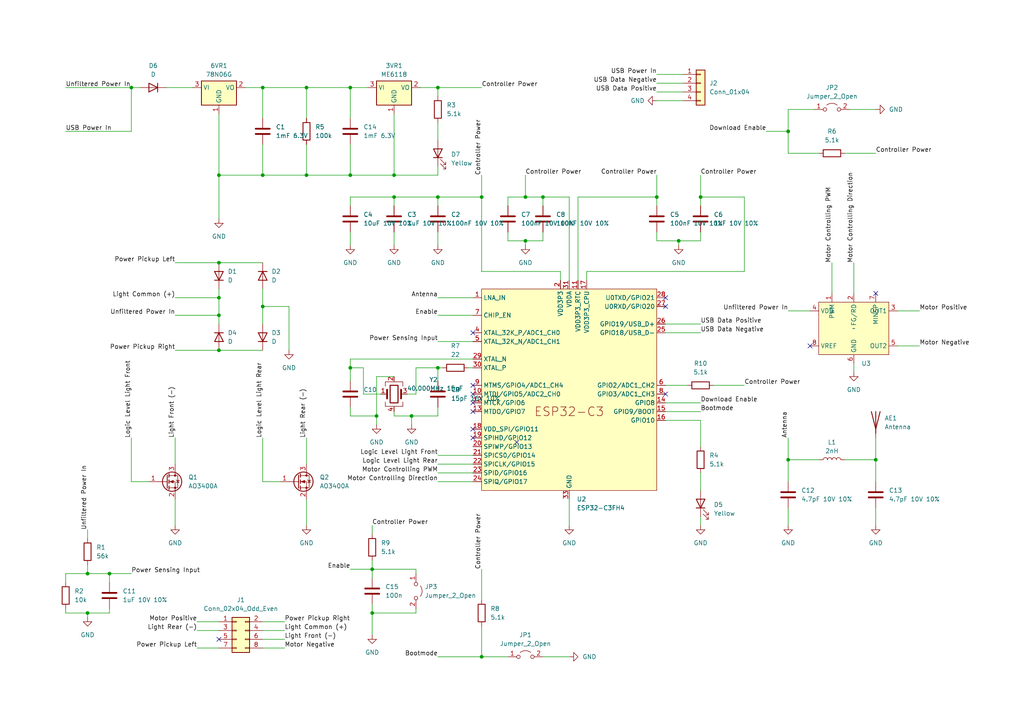
<source format=kicad_sch>
(kicad_sch (version 20230121) (generator eeschema)
  (paper "A4")
  (lib_symbols
    (symbol "Connector_Generic:Conn_01x04" (pin_names (offset 1.016) hide)
      (property "Reference" "J" (at 0 5.08 0))
      (property "Value" "Conn_01x04" (at 0 -7.62 0))
      (symbol "Conn_01x04_1_1"
        (rectangle (start -1.27 -4.953) (end 0 -5.207) (stroke (width 0.1524)))
        (rectangle (start -1.27 -2.413) (end 0 -2.667) (stroke (width 0.1524)))
        (rectangle (start -1.27 0.127) (end 0 -0.127) (stroke (width 0.1524)))
        (rectangle (start -1.27 2.667) (end 0 2.413) (stroke (width 0.1524)))
        (rectangle (start -1.27 3.81) (end 1.27 -6.35) (stroke (width 0.254)) (fill (type background)))
        (pin passive line (at -5.08 2.54 0) (length 3.81) (name "Pin_1") (number "1"))
        (pin passive line (at -5.08 0 0) (length 3.81) (name "Pin_2") (number "2"))
        (pin passive line (at -5.08 -2.54 0) (length 3.81) (name "Pin_3") (number "3"))
        (pin passive line (at -5.08 -5.08 0) (length 3.81) (name "Pin_4") (number "4"))
      )
    )
    (symbol "Connector_Generic:Conn_02x04_Odd_Even" (pin_names (offset 1.016) hide)
      (property "Reference" "J" (at 1.27 5.08 0))
      (property "Value" "Conn_02x04_Odd_Even" (at 1.27 -7.62 0))
      (symbol "Conn_02x04_Odd_Even_1_1"
        (rectangle (start -1.27 -4.953) (end 0 -5.207) (stroke (width 0.1524)))
        (rectangle (start -1.27 -2.413) (end 0 -2.667) (stroke (width 0.1524)))
        (rectangle (start -1.27 0.127) (end 0 -0.127) (stroke (width 0.1524)))
        (rectangle (start -1.27 2.667) (end 0 2.413) (stroke (width 0.1524)))
        (rectangle (start -1.27 3.81) (end 3.81 -6.35) (stroke (width 0.254)) (fill (type background)))
        (rectangle (start 3.81 -4.953) (end 2.54 -5.207) (stroke (width 0.1524)))
        (rectangle (start 3.81 -2.413) (end 2.54 -2.667) (stroke (width 0.1524)))
        (rectangle (start 3.81 0.127) (end 2.54 -0.127) (stroke (width 0.1524)))
        (rectangle (start 3.81 2.667) (end 2.54 2.413) (stroke (width 0.1524)))
        (pin passive line (at -5.08 2.54 0) (length 3.81) (name "Pin_1") (number "1"))
        (pin passive line (at 7.62 2.54 180) (length 3.81) (name "Pin_2") (number "2"))
        (pin passive line (at -5.08 0 0) (length 3.81) (name "Pin_3") (number "3"))
        (pin passive line (at 7.62 0 180) (length 3.81) (name "Pin_4") (number "4"))
        (pin passive line (at -5.08 -2.54 0) (length 3.81) (name "Pin_5") (number "5"))
        (pin passive line (at 7.62 -2.54 180) (length 3.81) (name "Pin_6") (number "6"))
        (pin passive line (at -5.08 -5.08 0) (length 3.81) (name "Pin_7") (number "7"))
        (pin passive line (at 7.62 -5.08 180) (length 3.81) (name "Pin_8") (number "8"))
      )
    )
    (symbol "Device:Antenna" (pin_numbers hide) (pin_names (offset 1.016) hide)
      (property "Reference" "AE" (at -1.905 1.905 0))
      (property "Value" "Antenna" (at -1.905 0 0))
      (symbol "Antenna_0_1"
        (polyline (pts (xy 0 2.54) (xy 0 -3.81)) (stroke (width 0.254)))
        (polyline (pts (xy 1.27 2.54) (xy 0 -2.54) (xy -1.27 2.54)) (stroke (width 0.254)))
      )
      (symbol "Antenna_1_1"
        (pin input line (at 0 -5.08 90) (length 2.54) (name "A") (number "1"))
      )
    )
    (symbol "Device:C" (pin_numbers hide) (pin_names (offset 0.254))
      (property "Reference" "C" (at 0.635 2.54 0))
      (property "Value" "C" (at 0.635 -2.54 0))
      (symbol "C_0_1"
        (polyline (pts (xy -2.032 -0.762) (xy 2.032 -0.762)) (stroke (width 0.508)))
        (polyline (pts (xy -2.032 0.762) (xy 2.032 0.762)) (stroke (width 0.508)))
      )
      (symbol "C_1_1"
        (pin passive line (at 0 3.81 270) (length 2.794) (name "~") (number "1"))
        (pin passive line (at 0 -3.81 90) (length 2.794) (name "~") (number "2"))
      )
    )
    (symbol "Device:Crystal_GND24" (pin_names (offset 1.016) hide)
      (property "Reference" "Y" (at 3.175 5.08 0))
      (property "Value" "Crystal_GND24" (at 3.175 3.175 0))
      (symbol "Crystal_GND24_0_1"
        (rectangle (start -1.143 2.54) (end 1.143 -2.54) (stroke (width 0.3048)))
        (polyline (pts (xy -2.54 0) (xy -2.032 0)))
        (polyline (pts (xy -2.032 -1.27) (xy -2.032 1.27)) (stroke (width 0.508)))
        (polyline (pts (xy 0 -3.81) (xy 0 -3.556)))
        (polyline (pts (xy 0 3.556) (xy 0 3.81)))
        (polyline (pts (xy 2.032 -1.27) (xy 2.032 1.27)) (stroke (width 0.508)))
        (polyline (pts (xy 2.032 0) (xy 2.54 0)))
        (polyline (pts (xy -2.54 -2.286) (xy -2.54 -3.556) (xy 2.54 -3.556) (xy 2.54 -2.286)))
        (polyline (pts (xy -2.54 2.286) (xy -2.54 3.556) (xy 2.54 3.556) (xy 2.54 2.286)))
      )
      (symbol "Crystal_GND24_1_1"
        (pin passive line (at -3.81 0 0) (length 1.27) (name "1") (number "1"))
        (pin passive line (at 0 5.08 270) (length 1.27) (name "2") (number "2"))
        (pin passive line (at 3.81 0 180) (length 1.27) (name "3") (number "3"))
        (pin passive line (at 0 -5.08 90) (length 1.27) (name "4") (number "4"))
      )
    )
    (symbol "Device:D" (pin_numbers hide) (pin_names (offset 1.016) hide)
      (property "Reference" "D" (at 0 2.54 0))
      (property "Value" "D" (at 0 -2.54 0))
      (symbol "D_0_1"
        (polyline (pts (xy -1.27 1.27) (xy -1.27 -1.27)) (stroke (width 0.254)))
        (polyline (pts (xy 1.27 0) (xy -1.27 0)))
        (polyline (pts (xy 1.27 1.27) (xy 1.27 -1.27) (xy -1.27 0) (xy 1.27 1.27)) (stroke (width 0.254)))
      )
      (symbol "D_1_1"
        (pin passive line (at -3.81 0 0) (length 2.54) (name "K") (number "1"))
        (pin passive line (at 3.81 0 180) (length 2.54) (name "A") (number "2"))
      )
    )
    (symbol "Device:L" (pin_numbers hide) (pin_names (offset 1.016) hide)
      (property "Reference" "L" (at -1.27 0 90))
      (property "Value" "L" (at 1.905 0 90))
      (symbol "L_0_1"
        (arc (start 0 -2.54) (mid 0.6323 -1.905) (end 0 -1.27))
        (arc (start 0 -1.27) (mid 0.6323 -0.635) (end 0 0))
        (arc (start 0 0) (mid 0.6323 0.635) (end 0 1.27))
        (arc (start 0 1.27) (mid 0.6323 1.905) (end 0 2.54))
      )
      (symbol "L_1_1"
        (pin passive line (at 0 3.81 270) (length 1.27) (name "1") (number "1"))
        (pin passive line (at 0 -3.81 90) (length 1.27) (name "2") (number "2"))
      )
    )
    (symbol "Device:LED" (pin_numbers hide) (pin_names (offset 1.016) hide)
      (property "Reference" "D" (at 0 2.54 0))
      (property "Value" "LED" (at 0 -2.54 0))
      (symbol "LED_0_1"
        (polyline (pts (xy -1.27 -1.27) (xy -1.27 1.27)) (stroke (width 0.254)))
        (polyline (pts (xy -1.27 0) (xy 1.27 0)))
        (polyline (pts (xy 1.27 -1.27) (xy 1.27 1.27) (xy -1.27 0) (xy 1.27 -1.27)) (stroke (width 0.254)))
        (polyline (pts (xy -3.048 -0.762) (xy -4.572 -2.286) (xy -3.81 -2.286) (xy -4.572 -2.286) (xy -4.572 -1.524)))
        (polyline (pts (xy -1.778 -0.762) (xy -3.302 -2.286) (xy -2.54 -2.286) (xy -3.302 -2.286) (xy -3.302 -1.524)))
      )
      (symbol "LED_1_1"
        (pin passive line (at -3.81 0 0) (length 2.54) (name "K") (number "1"))
        (pin passive line (at 3.81 0 180) (length 2.54) (name "A") (number "2"))
      )
    )
    (symbol "Device:R" (pin_numbers hide) (pin_names (offset 0))
      (property "Reference" "R" (at 2.032 0 90))
      (property "Value" "R" (at 0 0 90))
      (symbol "R_0_1"
        (rectangle (start -1.016 -2.54) (end 1.016 2.54) (stroke (width 0.254)))
      )
      (symbol "R_1_1"
        (pin passive line (at 0 3.81 270) (length 1.27) (name "~") (number "1"))
        (pin passive line (at 0 -3.81 90) (length 1.27) (name "~") (number "2"))
      )
    )
    (symbol "Driver_Motor:CrossChip_CC6421_Motor_Driver"
      (property "Reference" "U" (at 0 0 0))
      (symbol "CrossChip_CC6421_Motor_Driver_1_1"
        (rectangle (start -10.16 7.62) (end 10.16 -7.62) (fill (type background)))
        (pin input line (at -6.35 10.16 270) (length 2.54) (name "PWM") (number "1"))
        (pin input line (at 0 10.16 270) (length 2.54) (name "FG/RD") (number "2"))
        (pin power_out line (at 12.7 5.08 180) (length 2.54) (name "OUT1") (number "3"))
        (pin power_in line (at -12.7 5.08 0) (length 2.54) (name "VDD") (number "4"))
        (pin power_out line (at 12.7 -5.08 180) (length 2.54) (name "OUT2") (number "5"))
        (pin power_in line (at 0 -10.16 90) (length 2.54) (name "GND") (number "6"))
        (pin input line (at 6.35 10.16 270) (length 2.54) (name "MINSP") (number "7"))
        (pin output line (at -12.7 -5.08 0) (length 2.54) (name "VREF") (number "8"))
      )
    )
    (symbol "Jumper:Jumper_2_Open" (pin_names (offset 0) hide)
      (property "Reference" "JP" (at 0 2.794 0))
      (property "Value" "Jumper_2_Open" (at 0 -2.286 0))
      (symbol "Jumper_2_Open_0_0"
        (circle (center -2.032 0) (radius 0.508))
        (circle (center 2.032 0) (radius 0.508))
      )
      (symbol "Jumper_2_Open_0_1"
        (arc (start 1.524 1.27) (mid 0 1.778) (end -1.524 1.27))
      )
      (symbol "Jumper_2_Open_1_1"
        (pin passive line (at -5.08 0 0) (length 2.54) (name "A") (number "1"))
        (pin passive line (at 5.08 0 180) (length 2.54) (name "B") (number "2"))
      )
    )
    (symbol "PCM_Espressif:ESP32-C3"
      (property "Reference" "U" (at -25.4 35.56 0))
      (property "Value" "ESP32-C3" (at -25.4 33.02 0))
      (symbol "ESP32-C3_0_0"
        (text "ESP32-C3" (at 0 -5.08 0) (effects (font (size 2.54 2.54))))
        (pin bidirectional line (at -27.94 27.94 0) (length 2.54) (name "LNA_IN") (number "1"))
        (pin bidirectional line (at -27.94 0 0) (length 2.54) (name "MTDI/GPIO5/ADC2_CH0") (number "10"))
        (pin power_in line (at 2.54 33.02 270) (length 2.54) (name "VDD3P3_RTC") (number "11"))
        (pin bidirectional line (at -27.94 -2.54 0) (length 2.54) (name "MTCK/GPIO6") (number "12"))
        (pin bidirectional line (at -27.94 -5.08 0) (length 2.54) (name "MTDO/GPIO7") (number "13"))
        (pin bidirectional line (at 27.94 -2.54 180) (length 2.54) (name "GPIO8") (number "14"))
        (pin bidirectional line (at 27.94 -5.08 180) (length 2.54) (name "GPIO9/BOOT") (number "15"))
        (pin bidirectional line (at 27.94 -7.62 180) (length 2.54) (name "GPIO10") (number "16"))
        (pin power_in line (at 5.08 33.02 270) (length 2.54) (name "VDD3P3_CPU") (number "17"))
        (pin bidirectional line (at -27.94 -10.16 0) (length 2.54) (name "VDD_SPI/GPIO11") (number "18"))
        (pin bidirectional line (at -27.94 -12.7 0) (length 2.54) (name "SPIHD/GPIO12") (number "19"))
        (pin power_in line (at -2.54 33.02 270) (length 2.54) (name "VDD3P3") (number "2"))
        (pin bidirectional line (at -27.94 -15.24 0) (length 2.54) (name "SPIWP/GPIO13") (number "20"))
        (pin bidirectional line (at -27.94 -17.78 0) (length 2.54) (name "SPICS0/GPIO14") (number "21"))
        (pin bidirectional line (at -27.94 -20.32 0) (length 2.54) (name "SPICLK/GPIO15") (number "22"))
        (pin bidirectional line (at -27.94 -22.86 0) (length 2.54) (name "SPID/GPIO16") (number "23"))
        (pin bidirectional line (at -27.94 -25.4 0) (length 2.54) (name "SPIQ/GPIO17") (number "24"))
        (pin bidirectional line (at 27.94 17.78 180) (length 2.54) (name "GPIO18/USB_D-") (number "25"))
        (pin bidirectional line (at 27.94 20.32 180) (length 2.54) (name "GPIO19/USB_D+") (number "26"))
        (pin bidirectional line (at 27.94 25.4 180) (length 2.54) (name "U0RXD/GPIO20") (number "27"))
        (pin bidirectional line (at 27.94 27.94 180) (length 2.54) (name "U0TXD/GPIO21") (number "28"))
        (pin output line (at -27.94 10.16 0) (length 2.54) (name "XTAL_N") (number "29"))
        (pin input line (at -27.94 7.62 0) (length 2.54) (name "XTAL_P") (number "30"))
        (pin power_in line (at 0 33.02 270) (length 2.54) (name "VDDA") (number "31"))
        (pin power_in line (at 0 -30.48 90) (length 2.54) (name "GND") (number "33"))
        (pin output line (at -27.94 17.78 0) (length 2.54) (name "XTAL_32K_P/ADC1_CH0") (number "4"))
        (pin input line (at -27.94 15.24 0) (length 2.54) (name "XTAL_32K_N/ADC1_CH1") (number "5"))
        (pin bidirectional line (at 27.94 2.54 180) (length 2.54) (name "GPIO2/ADC1_CH2") (number "6"))
        (pin input line (at -27.94 22.86 0) (length 2.54) (name "CHIP_EN") (number "7"))
        (pin bidirectional line (at 27.94 0 180) (length 2.54) (name "GPIO3/ADC1_CH3") (number "8"))
        (pin bidirectional line (at -27.94 2.54 0) (length 2.54) (name "MTMS/GPIO4/ADC1_CH4") (number "9"))
      )
      (symbol "ESP32-C3_0_1"
        (rectangle (start -25.4 30.48) (end 25.4 -27.94) (fill (type background)))
        (pin passive line (at -2.54 33.02 270) (length 2.54) hide (name "VDD3P3") (number "3"))
        (pin passive line (at 0 33.02 270) (length 2.54) hide (name "VDDA") (number "32"))
      )
    )
    (symbol "Regulator_Linear:AMS1117-3.3"
      (property "Reference" "U" (at -3.81 3.175 0))
      (property "Value" "AMS1117-3.3" (at 0 3.175 0))
      (symbol "AMS1117-3.3_0_1"
        (rectangle (start -5.08 -5.08) (end 5.08 1.905) (stroke (width 0.254)) (fill (type background)))
      )
      (symbol "AMS1117-3.3_1_1"
        (pin power_in line (at 0 -7.62 90) (length 2.54) (name "GND") (number "1"))
        (pin power_out line (at 7.62 0 180) (length 2.54) (name "VO") (number "2"))
        (pin power_in line (at -7.62 0 0) (length 2.54) (name "VI") (number "3"))
      )
    )
    (symbol "Transistor_FET:AO3400A" (pin_names hide)
      (property "Reference" "Q" (at 5.08 1.905 0))
      (property "Value" "AO3400A" (at 5.08 0 0))
      (symbol "AO3400A_0_1"
        (polyline (pts (xy 0.254 0) (xy -2.54 0)))
        (polyline (pts (xy 0.254 1.905) (xy 0.254 -1.905)) (stroke (width 0.254)))
        (polyline (pts (xy 0.762 -1.27) (xy 0.762 -2.286)) (stroke (width 0.254)))
        (polyline (pts (xy 0.762 0.508) (xy 0.762 -0.508)) (stroke (width 0.254)))
        (polyline (pts (xy 0.762 2.286) (xy 0.762 1.27)) (stroke (width 0.254)))
        (polyline (pts (xy 2.54 2.54) (xy 2.54 1.778)))
        (polyline (pts (xy 2.54 -2.54) (xy 2.54 0) (xy 0.762 0)))
        (polyline (pts (xy 0.762 -1.778) (xy 3.302 -1.778) (xy 3.302 1.778) (xy 0.762 1.778)))
        (polyline (pts (xy 1.016 0) (xy 2.032 0.381) (xy 2.032 -0.381) (xy 1.016 0)) (fill (type outline)))
        (polyline (pts (xy 2.794 0.508) (xy 2.921 0.381) (xy 3.683 0.381) (xy 3.81 0.254)))
        (polyline (pts (xy 3.302 0.381) (xy 2.921 -0.254) (xy 3.683 -0.254) (xy 3.302 0.381)))
        (circle (center 1.651 0) (radius 2.794) (stroke (width 0.254)))
        (circle (center 2.54 -1.778) (radius 0.254) (fill (type outline)))
        (circle (center 2.54 1.778) (radius 0.254) (fill (type outline)))
      )
      (symbol "AO3400A_1_1"
        (pin input line (at -5.08 0 0) (length 2.54) (name "G") (number "1"))
        (pin passive line (at 2.54 -5.08 90) (length 2.54) (name "S") (number "2"))
        (pin passive line (at 2.54 5.08 270) (length 2.54) (name "D") (number "3"))
      )
    )
    (symbol "power:GND" (power) (pin_names (offset 0))
      (property "Value" "GND" (at 0 -3.81 0))
      (symbol "GND_0_1"
        (polyline (pts (xy 0 0) (xy 0 -1.27) (xy 1.27 -1.27) (xy 0 -2.54) (xy -1.27 -1.27) (xy 0 -1.27)))
      )
      (symbol "GND_1_1"
        (pin power_in line (at 0 0 270) (length 0) hide (name "GND") (number "1"))
      )
    )
  )
  (junction (at 101.6 50.8))
  (junction (at 38.1 25.4))
  (junction (at 63.5 86.36))
  (junction (at 127 106.68))
  (junction (at 107.95 165.1))
  (junction (at 203.2 57.15))
  (junction (at 119.38 120.65))
  (junction (at 109.22 120.65))
  (junction (at 101.6 106.68))
  (junction (at 63.5 76.2))
  (junction (at 139.7 190.5))
  (junction (at 76.2 25.4))
  (junction (at 107.95 177.8))
  (junction (at 157.48 57.15))
  (junction (at 196.85 69.85))
  (junction (at 114.3 50.8))
  (junction (at 76.2 50.8))
  (junction (at 139.7 57.15))
  (junction (at 63.5 91.44))
  (junction (at 88.9 50.8))
  (junction (at 127 57.15))
  (junction (at 63.5 50.8))
  (junction (at 88.9 25.4))
  (junction (at 152.4 69.85))
  (junction (at 152.4 57.15))
  (junction (at 25.4 177.8))
  (junction (at 254 133.35))
  (junction (at 228.6 38.1))
  (junction (at 190.5 57.15))
  (junction (at 31.75 166.37))
  (junction (at 228.6 133.35))
  (junction (at 114.3 57.15))
  (junction (at 127 25.4))
  (junction (at 63.5 101.6))
  (junction (at 76.2 88.9))
  (junction (at 101.6 25.4))
  (junction (at 25.4 166.37))
  (no_connect (at 137.16 119.38))
  (no_connect (at 193.04 86.36))
  (no_connect (at 254 85.09))
  (no_connect (at 137.16 124.46))
  (no_connect (at 137.16 96.52))
  (no_connect (at 193.04 114.3))
  (no_connect (at 137.16 114.3))
  (no_connect (at 234.95 100.33))
  (no_connect (at 137.16 111.76))
  (no_connect (at 193.04 88.9))
  (no_connect (at 137.16 116.84))
  (no_connect (at 63.5 185.42))
  (no_connect (at 137.16 127))
  (no_connect (at 149.86 128.27))
  (wire (pts (xy 139.7 57.15) (xy 127 57.15)))
  (wire (pts (xy 162.56 81.28) (xy 162.56 78.74)))
  (wire (pts (xy 203.2 149.86) (xy 203.2 152.4)))
  (wire (pts (xy 127 132.08) (xy 137.16 132.08)))
  (wire (pts (xy 101.6 25.4) (xy 106.68 25.4)))
  (wire (pts (xy 88.9 127) (xy 88.9 134.62)))
  (wire (pts (xy 157.48 57.15) (xy 165.1 57.15)))
  (wire (pts (xy 127 106.68) (xy 127 110.49)))
  (wire (pts (xy 196.85 69.85) (xy 190.5 69.85)))
  (wire (pts (xy 25.4 163.83) (xy 25.4 166.37)))
  (wire (pts (xy 127 139.7) (xy 137.16 139.7)))
  (wire (pts (xy 101.6 104.14) (xy 101.6 106.68)))
  (wire (pts (xy 127 25.4) (xy 139.7 25.4)))
  (wire (pts (xy 127 137.16) (xy 137.16 137.16)))
  (wire (pts (xy 215.9 78.74) (xy 215.9 57.15)))
  (wire (pts (xy 76.2 185.42) (xy 82.55 185.42)))
  (wire (pts (xy 105.41 114.3) (xy 105.41 106.68)))
  (wire (pts (xy 260.35 100.33) (xy 266.7 100.33)))
  (wire (pts (xy 170.18 78.74) (xy 215.9 78.74)))
  (wire (pts (xy 114.3 50.8) (xy 127 50.8)))
  (wire (pts (xy 203.2 69.85) (xy 196.85 69.85)))
  (wire (pts (xy 135.89 106.68) (xy 137.16 106.68)))
  (wire (pts (xy 107.95 184.15) (xy 107.95 177.8)))
  (wire (pts (xy 31.75 166.37) (xy 31.75 168.91)))
  (wire (pts (xy 88.9 25.4) (xy 101.6 25.4)))
  (wire (pts (xy 101.6 57.15) (xy 114.3 57.15)))
  (wire (pts (xy 63.5 86.36) (xy 63.5 91.44)))
  (wire (pts (xy 76.2 41.91) (xy 76.2 50.8)))
  (wire (pts (xy 83.82 101.6) (xy 83.82 88.9)))
  (wire (pts (xy 31.75 177.8) (xy 25.4 177.8)))
  (wire (pts (xy 101.6 104.14) (xy 137.16 104.14)))
  (wire (pts (xy 147.32 59.69) (xy 147.32 57.15)))
  (wire (pts (xy 114.3 67.31) (xy 114.3 71.12)))
  (wire (pts (xy 63.5 83.82) (xy 63.5 86.36)))
  (wire (pts (xy 19.05 177.8) (xy 25.4 177.8)))
  (wire (pts (xy 71.12 25.4) (xy 76.2 25.4)))
  (wire (pts (xy 152.4 69.85) (xy 152.4 71.12)))
  (wire (pts (xy 193.04 116.84) (xy 203.2 116.84)))
  (wire (pts (xy 246.38 31.75) (xy 254 31.75)))
  (wire (pts (xy 247.65 105.41) (xy 247.65 107.95)))
  (wire (pts (xy 76.2 88.9) (xy 76.2 93.98)))
  (wire (pts (xy 25.4 177.8) (xy 25.4 179.07)))
  (wire (pts (xy 76.2 187.96) (xy 82.55 187.96)))
  (wire (pts (xy 127 134.62) (xy 137.16 134.62)))
  (wire (pts (xy 114.3 57.15) (xy 114.3 59.69)))
  (wire (pts (xy 157.48 190.5) (xy 165.1 190.5)))
  (wire (pts (xy 170.18 78.74) (xy 170.18 81.28)))
  (wire (pts (xy 245.11 133.35) (xy 254 133.35)))
  (wire (pts (xy 190.5 69.85) (xy 190.5 67.31)))
  (wire (pts (xy 101.6 25.4) (xy 101.6 34.29)))
  (wire (pts (xy 203.2 129.54) (xy 203.2 121.92)))
  (wire (pts (xy 139.7 50.8) (xy 139.7 57.15)))
  (wire (pts (xy 127 190.5) (xy 139.7 190.5)))
  (wire (pts (xy 127 25.4) (xy 127 27.94)))
  (wire (pts (xy 76.2 180.34) (xy 82.55 180.34)))
  (wire (pts (xy 152.4 50.8) (xy 152.4 57.15)))
  (wire (pts (xy 114.3 57.15) (xy 127 57.15)))
  (wire (pts (xy 127 50.8) (xy 127 48.26)))
  (wire (pts (xy 107.95 165.1) (xy 107.95 162.56)))
  (wire (pts (xy 57.15 187.96) (xy 63.5 187.96)))
  (wire (pts (xy 228.6 147.32) (xy 228.6 152.4)))
  (wire (pts (xy 228.6 38.1) (xy 228.6 31.75)))
  (wire (pts (xy 120.65 165.1) (xy 107.95 165.1)))
  (wire (pts (xy 127 67.31) (xy 127 71.12)))
  (wire (pts (xy 25.4 166.37) (xy 31.75 166.37)))
  (wire (pts (xy 76.2 139.7) (xy 76.2 127)))
  (wire (pts (xy 222.25 38.1) (xy 228.6 38.1)))
  (wire (pts (xy 203.2 57.15) (xy 203.2 59.69)))
  (wire (pts (xy 63.5 50.8) (xy 63.5 63.5)))
  (wire (pts (xy 19.05 166.37) (xy 19.05 168.91)))
  (wire (pts (xy 76.2 182.88) (xy 82.55 182.88)))
  (wire (pts (xy 193.04 111.76) (xy 199.39 111.76)))
  (wire (pts (xy 207.01 111.76) (xy 215.9 111.76)))
  (wire (pts (xy 127 57.15) (xy 127 59.69)))
  (wire (pts (xy 50.8 152.4) (xy 50.8 144.78)))
  (wire (pts (xy 167.64 57.15) (xy 190.5 57.15)))
  (wire (pts (xy 165.1 144.78) (xy 165.1 152.4)))
  (wire (pts (xy 157.48 59.69) (xy 157.48 57.15)))
  (wire (pts (xy 76.2 50.8) (xy 88.9 50.8)))
  (wire (pts (xy 19.05 25.4) (xy 38.1 25.4)))
  (wire (pts (xy 19.05 166.37) (xy 25.4 166.37)))
  (wire (pts (xy 63.5 50.8) (xy 76.2 50.8)))
  (wire (pts (xy 31.75 166.37) (xy 38.1 166.37)))
  (wire (pts (xy 254 127) (xy 254 133.35)))
  (wire (pts (xy 260.35 90.17) (xy 266.7 90.17)))
  (wire (pts (xy 127 118.11) (xy 127 120.65)))
  (wire (pts (xy 127 99.06) (xy 137.16 99.06)))
  (wire (pts (xy 254 133.35) (xy 254 139.7)))
  (wire (pts (xy 162.56 78.74) (xy 139.7 78.74)))
  (wire (pts (xy 241.3 76.2) (xy 241.3 85.09)))
  (wire (pts (xy 101.6 50.8) (xy 114.3 50.8)))
  (wire (pts (xy 101.6 106.68) (xy 105.41 106.68)))
  (wire (pts (xy 57.15 180.34) (xy 63.5 180.34)))
  (wire (pts (xy 107.95 165.1) (xy 107.95 167.64)))
  (wire (pts (xy 88.9 25.4) (xy 88.9 34.29)))
  (wire (pts (xy 190.5 26.67) (xy 198.12 26.67)))
  (wire (pts (xy 38.1 139.7) (xy 38.1 127)))
  (wire (pts (xy 147.32 67.31) (xy 147.32 69.85)))
  (wire (pts (xy 190.5 50.8) (xy 190.5 57.15)))
  (wire (pts (xy 139.7 165.1) (xy 139.7 173.99)))
  (wire (pts (xy 245.11 44.45) (xy 254 44.45)))
  (wire (pts (xy 152.4 69.85) (xy 157.48 69.85)))
  (wire (pts (xy 19.05 38.1) (xy 38.1 38.1)))
  (wire (pts (xy 165.1 81.28) (xy 165.1 57.15)))
  (wire (pts (xy 139.7 190.5) (xy 139.7 181.61)))
  (wire (pts (xy 127 120.65) (xy 119.38 120.65)))
  (wire (pts (xy 247.65 76.2) (xy 247.65 85.09)))
  (wire (pts (xy 63.5 76.2) (xy 76.2 76.2)))
  (wire (pts (xy 81.28 139.7) (xy 76.2 139.7)))
  (wire (pts (xy 157.48 67.31) (xy 157.48 69.85)))
  (wire (pts (xy 50.8 76.2) (xy 63.5 76.2)))
  (wire (pts (xy 48.26 25.4) (xy 55.88 25.4)))
  (wire (pts (xy 31.75 176.53) (xy 31.75 177.8)))
  (wire (pts (xy 114.3 109.22) (xy 109.22 109.22)))
  (wire (pts (xy 43.18 139.7) (xy 38.1 139.7)))
  (wire (pts (xy 203.2 50.8) (xy 203.2 57.15)))
  (wire (pts (xy 110.49 114.3) (xy 105.41 114.3)))
  (wire (pts (xy 198.12 29.21) (xy 190.5 29.21)))
  (wire (pts (xy 228.6 90.17) (xy 234.95 90.17)))
  (wire (pts (xy 50.8 101.6) (xy 63.5 101.6)))
  (wire (pts (xy 203.2 67.31) (xy 203.2 69.85)))
  (wire (pts (xy 120.65 166.37) (xy 120.65 165.1)))
  (wire (pts (xy 254 147.32) (xy 254 152.4)))
  (wire (pts (xy 114.3 120.65) (xy 114.3 119.38)))
  (wire (pts (xy 19.05 176.53) (xy 19.05 177.8)))
  (wire (pts (xy 107.95 177.8) (xy 120.65 177.8)))
  (wire (pts (xy 38.1 38.1) (xy 38.1 25.4)))
  (wire (pts (xy 228.6 127) (xy 228.6 133.35)))
  (wire (pts (xy 38.1 25.4) (xy 40.64 25.4)))
  (wire (pts (xy 228.6 133.35) (xy 228.6 139.7)))
  (wire (pts (xy 147.32 57.15) (xy 152.4 57.15)))
  (wire (pts (xy 196.85 69.85) (xy 196.85 71.12)))
  (wire (pts (xy 147.32 69.85) (xy 152.4 69.85)))
  (wire (pts (xy 118.11 114.3) (xy 120.65 114.3)))
  (wire (pts (xy 120.65 114.3) (xy 120.65 106.68)))
  (wire (pts (xy 76.2 25.4) (xy 88.9 25.4)))
  (wire (pts (xy 101.6 106.68) (xy 101.6 110.49)))
  (wire (pts (xy 57.15 182.88) (xy 63.5 182.88)))
  (wire (pts (xy 228.6 133.35) (xy 237.49 133.35)))
  (wire (pts (xy 76.2 83.82) (xy 76.2 88.9)))
  (wire (pts (xy 127 106.68) (xy 128.27 106.68)))
  (wire (pts (xy 25.4 153.67) (xy 25.4 156.21)))
  (wire (pts (xy 76.2 25.4) (xy 76.2 34.29)))
  (wire (pts (xy 50.8 91.44) (xy 63.5 91.44)))
  (wire (pts (xy 127 35.56) (xy 127 40.64)))
  (wire (pts (xy 101.6 120.65) (xy 109.22 120.65)))
  (wire (pts (xy 228.6 31.75) (xy 236.22 31.75)))
  (wire (pts (xy 50.8 127) (xy 50.8 134.62)))
  (wire (pts (xy 119.38 120.65) (xy 119.38 123.19)))
  (wire (pts (xy 190.5 57.15) (xy 190.5 59.69)))
  (wire (pts (xy 114.3 120.65) (xy 119.38 120.65)))
  (wire (pts (xy 88.9 152.4) (xy 88.9 144.78)))
  (wire (pts (xy 114.3 33.02) (xy 114.3 50.8)))
  (wire (pts (xy 190.5 24.13) (xy 198.12 24.13)))
  (wire (pts (xy 215.9 57.15) (xy 203.2 57.15)))
  (wire (pts (xy 101.6 118.11) (xy 101.6 120.65)))
  (wire (pts (xy 101.6 41.91) (xy 101.6 50.8)))
  (wire (pts (xy 193.04 96.52) (xy 203.2 96.52)))
  (wire (pts (xy 139.7 190.5) (xy 147.32 190.5)))
  (wire (pts (xy 193.04 119.38) (xy 203.2 119.38)))
  (wire (pts (xy 83.82 88.9) (xy 76.2 88.9)))
  (wire (pts (xy 228.6 44.45) (xy 228.6 38.1)))
  (wire (pts (xy 109.22 123.19) (xy 109.22 120.65)))
  (wire (pts (xy 167.64 81.28) (xy 167.64 57.15)))
  (wire (pts (xy 63.5 91.44) (xy 63.5 93.98)))
  (wire (pts (xy 101.6 165.1) (xy 107.95 165.1)))
  (wire (pts (xy 101.6 57.15) (xy 101.6 59.69)))
  (wire (pts (xy 127 86.36) (xy 137.16 86.36)))
  (wire (pts (xy 190.5 21.59) (xy 198.12 21.59)))
  (wire (pts (xy 88.9 41.91) (xy 88.9 50.8)))
  (wire (pts (xy 203.2 137.16) (xy 203.2 142.24)))
  (wire (pts (xy 63.5 33.02) (xy 63.5 50.8)))
  (wire (pts (xy 63.5 101.6) (xy 76.2 101.6)))
  (wire (pts (xy 127 91.44) (xy 137.16 91.44)))
  (wire (pts (xy 109.22 109.22) (xy 109.22 120.65)))
  (wire (pts (xy 120.65 106.68) (xy 127 106.68)))
  (wire (pts (xy 139.7 78.74) (xy 139.7 57.15)))
  (wire (pts (xy 50.8 86.36) (xy 63.5 86.36)))
  (wire (pts (xy 107.95 152.4) (xy 107.95 154.94)))
  (wire (pts (xy 107.95 175.26) (xy 107.95 177.8)))
  (wire (pts (xy 152.4 57.15) (xy 157.48 57.15)))
  (wire (pts (xy 101.6 67.31) (xy 101.6 71.12)))
  (wire (pts (xy 203.2 93.98) (xy 193.04 93.98)))
  (wire (pts (xy 120.65 176.53) (xy 120.65 177.8)))
  (wire (pts (xy 237.49 44.45) (xy 228.6 44.45)))
  (wire (pts (xy 88.9 50.8) (xy 101.6 50.8)))
  (wire (pts (xy 121.92 25.4) (xy 127 25.4)))
  (wire (pts (xy 203.2 121.92) (xy 193.04 121.92)))
  (label "Light Rear (-)" (at 57.15 182.88 180))
  (label "Controller Power" (at 152.4 50.8 0))
  (label "Power Sensing Input" (at 127 99.06 180))
  (label "Logic Level Light Front" (at 127 132.08 180))
  (label "Light Common (+)" (at 50.8 86.36 180))
  (label "Controller Power" (at 139.7 165.1 90))
  (label "Motor Controlling Direction" (at 247.65 76.2 90))
  (label "USB Power In" (at 19.05 38.1 0))
  (label "Light Common (+)" (at 82.55 182.88 0))
  (label "Motor Controlling PWM" (at 127 137.16 180))
  (label "Power Pickup Left" (at 50.8 76.2 180))
  (label "Power Pickup Left" (at 57.15 187.96 180))
  (label "Unfiltered Power In" (at 50.8 91.44 180))
  (label "Download Enable" (at 222.25 38.1 180))
  (label "Light Front (-)" (at 50.8 127 90))
  (label "Power Sensing Input" (at 38.1 166.37 0))
  (label "Antenna" (at 228.6 127 90))
  (label "Light Rear (-)" (at 88.9 127 90))
  (label "Motor Positive" (at 57.15 180.34 180))
  (label "Download Enable" (at 203.2 116.84 0))
  (label "Antenna" (at 127 86.36 180))
  (label "Unfiltered Power In" (at 25.4 153.67 90))
  (label "USB Power In" (at 190.5 21.59 180))
  (label "USB Data Negative" (at 190.5 24.13 180))
  (label "Motor Controlling Direction" (at 127 139.7 180))
  (label "Motor Positive" (at 266.7 90.17 0))
  (label "USB Data Positive" (at 203.2 93.98 0))
  (label "Motor Controlling PWM" (at 241.3 76.2 90))
  (label "Power Pickup Right" (at 50.8 101.6 180))
  (label "USB Data Negative" (at 203.2 96.52 0))
  (label "Logic Level Light Front" (at 38.1 127 90))
  (label "Enable" (at 101.6 165.1 180))
  (label "Controller Power" (at 107.95 152.4 0))
  (label "Unfiltered Power In" (at 228.6 90.17 180))
  (label "Bootmode" (at 203.2 119.38 0))
  (label "Enable" (at 127 91.44 180))
  (label "Logic Level Light Rear" (at 76.2 127 90))
  (label "USB Data Positive" (at 190.5 26.67 180))
  (label "Motor Negative" (at 266.7 100.33 0))
  (label "Bootmode" (at 127 190.5 180))
  (label "Power Pickup Right" (at 82.55 180.34 0))
  (label "Light Front (-)" (at 82.55 185.42 0))
  (label "Controller Power" (at 139.7 25.4 0))
  (label "Controller Power" (at 190.5 50.8 180))
  (label "Unfiltered Power In" (at 19.05 25.4 0))
  (label "Controller Power" (at 254 44.45 0))
  (label "Logic Level Light Rear" (at 127 134.62 180))
  (label "Motor Negative" (at 82.55 187.96 0))
  (label "Controller Power" (at 203.2 50.8 0))
  (label "Controller Power" (at 215.9 111.76 0))
  (label "Controller Power" (at 139.7 50.8 90))
  (symbol (lib_id "Device:D") (at 63.5 80.01 90) (unit 1)
    (property "Reference" "D1" (at 66.04 78.74 90) (effects (justify right)))
    (property "Value" "D" (at 66.04 81.28 90) (effects (justify right)))
    (property "Footprint" "Diode_SMD:D_SOD-323" (effects hide))
    (property "Datasheet" "https://datasheet.lcsc.com/lcsc/2308231019_MDD-Microdiode-Electronics--1N4007WS_C193404.pdf" (effects hide))
    (property "Sim.Device" "D" (effects hide))
    (property "Sim.Pins" "1=K 2=A" (effects hide))
  )
  (symbol (lib_id "Device:C") (at 101.6 114.3 0) (unit 1)
    (property "Reference" "C10" (at 105.41 113.03 0) (effects (justify left)))
    (property "Value" "15pF 16V 10%" (effects hide))
    (property "Footprint" "Capacitor_SMD:C_0201_0603Metric" (effects hide))
  )
  (symbol (lib_id "power:GND") (at 254 152.4 0) (unit 1)
    (property "Reference" "#PWR013" (effects hide))
    (property "Value" "GND" (at 254 157.48 0))
  )
  (symbol (lib_id "power:GND") (at 127 71.12 0) (unit 1)
    (property "Reference" "#PWR05" (effects hide))
    (property "Value" "GND" (at 127 76.2 0))
  )
  (symbol (lib_id "power:GND") (at 165.1 190.5 90) (unit 1)
    (property "Reference" "#PWR020" (effects hide))
    (property "Value" "GND" (at 168.91 190.5 90) (effects (justify right)))
  )
  (symbol (lib_id "Device:C") (at 101.6 38.1 0) (unit 1)
    (property "Reference" "C14" (at 105.41 36.83 0) (effects (justify left)))
    (property "Value" "1mF 6.3V" (at 105.41 39.37 0) (effects (justify left)))
    (property "Footprint" "Capacitor_Tantalum_SMD:CP_EIA-7343-43_Kemet-X" (effects hide))
    (property "LCSC" "C696799" (effects hide))
  )
  (symbol (lib_id "Jumper:Jumper_2_Open") (at 120.65 171.45 270) (unit 1)
    (property "Reference" "JP3" (at 123.19 170.18 90) (effects (justify left)))
    (property "Value" "Jumper_2_Open" (at 123.19 172.72 90) (effects (justify left)))
    (property "Footprint" "Jumper:SolderJumper-2_P1.3mm_Open_Pad1.0x1.5mm" (effects hide))
  )
  (symbol (lib_id "Device:C") (at 76.2 38.1 0) (unit 1)
    (property "Reference" "C1" (at 80.01 36.83 0) (effects (justify left)))
    (property "Value" "1mF 6.3V" (at 80.01 39.37 0) (effects (justify left)))
    (property "Footprint" "Capacitor_Tantalum_SMD:CP_EIA-7343-43_Kemet-X" (effects hide))
    (property "LCSC" "C696799" (effects hide))
  )
  (symbol (lib_id "Device:R") (at 25.4 160.02 0) (unit 1)
    (property "Reference" "R1" (at 27.94 158.75 0) (effects (justify left)))
    (property "Value" "56k" (at 27.94 161.29 0) (effects (justify left)))
    (property "Footprint" "Resistor_SMD:R_0201_0603Metric" (effects hide))
  )
  (symbol (lib_id "Device:C") (at 127 63.5 0) (unit 1)
    (property "Reference" "C2" (at 130.81 62.23 0) (effects (justify left)))
    (property "Value" "100nF 10V 10%" (at 130.81 64.77 0) (effects (justify left)))
    (property "Footprint" "Capacitor_SMD:C_0201_0603Metric" (effects hide))
  )
  (symbol (lib_id "power:GND") (at 50.8 152.4 0) (unit 1)
    (property "Reference" "#PWR017" (effects hide))
    (property "Value" "GND" (at 50.8 157.48 0))
  )
  (symbol (lib_id "power:GND") (at 109.22 123.19 0) (unit 1)
    (property "Reference" "#PWR08" (effects hide))
    (property "Value" "GND" (at 109.22 128.27 0))
  )
  (symbol (lib_id "Transistor_FET:AO3400A") (at 48.26 139.7 0) (unit 1)
    (property "Reference" "Q1" (at 54.61 138.43 0) (effects (justify left)))
    (property "Value" "AO3400A" (at 54.61 140.97 0) (effects (justify left)))
    (property "Footprint" "Package_TO_SOT_SMD:SOT-23" (effects hide))
    (property "Datasheet" "http://www.aosmd.com/pdfs/datasheet/AO3400A.pdf" (effects hide))
  )
  (symbol (lib_id "Device:C") (at 127 114.3 0) (unit 1)
    (property "Reference" "C9" (at 130.81 113.03 0) (effects (justify left)))
    (property "Value" "15pF 16V 10%" (at 130.81 115.57 0) (effects (justify left)))
    (property "Footprint" "Capacitor_SMD:C_0201_0603Metric" (effects hide))
  )
  (symbol (lib_id "Device:C") (at 157.48 63.5 0) (unit 1)
    (property "Reference" "C8" (at 161.29 62.23 0) (effects (justify left)))
    (property "Value" "100nF 10V 10%" (at 161.29 64.77 0) (effects (justify left)))
    (property "Footprint" "Capacitor_SMD:C_0201_0603Metric" (effects hide))
  )
  (symbol (lib_id "Jumper:Jumper_2_Open") (at 152.4 190.5 0) (unit 1)
    (property "Reference" "JP1" (at 152.4 184.15 0))
    (property "Value" "Jumper_2_Open" (at 152.4 186.69 0))
    (property "Footprint" "Jumper:SolderJumper-2_P1.3mm_Open_Pad1.0x1.5mm" (effects hide))
  )
  (symbol (lib_id "Device:R") (at 107.95 158.75 0) (unit 1)
    (property "Reference" "R9" (at 110.49 157.48 0) (effects (justify left)))
    (property "Value" "5.1k" (at 110.49 160.02 0) (effects (justify left)))
    (property "Footprint" "Resistor_SMD:R_0201_0603Metric" (effects hide))
  )
  (symbol (lib_id "Device:R") (at 132.08 106.68 90) (unit 1)
    (property "Reference" "R7" (at 132.08 100.33 90))
    (property "Value" "22" (at 132.08 102.87 90))
    (property "Footprint" "Resistor_SMD:R_0201_0603Metric" (effects hide))
  )
  (symbol (lib_id "Device:C") (at 107.95 171.45 0) (unit 1)
    (property "Reference" "C15" (at 111.76 170.18 0) (effects (justify left)))
    (property "Value" "100n" (at 111.76 172.72 0) (effects (justify left)))
    (property "Footprint" "Capacitor_SMD:C_0201_0603Metric" (effects hide))
  )
  (symbol (lib_id "Connector_Generic:Conn_02x04_Odd_Even") (at 68.58 182.88 0) (unit 1)
    (property "Reference" "J1" (at 69.85 173.99 0))
    (property "Value" "Conn_02x04_Odd_Even" (at 69.85 176.53 0))
    (property "Footprint" "Connector_PinHeader_2.54mm:PinHeader_2x04_P2.54mm_Vertical" (effects hide))
  )
  (symbol (lib_id "Device:R") (at 241.3 44.45 90) (unit 1)
    (property "Reference" "R6" (at 241.3 38.1 90))
    (property "Value" "5.1k" (at 241.3 40.64 90))
    (property "Footprint" "Resistor_SMD:R_0201_0603Metric" (effects hide))
  )
  (symbol (lib_id "Jumper:Jumper_2_Open") (at 241.3 31.75 0) (unit 1)
    (property "Reference" "JP2" (at 241.3 25.4 0))
    (property "Value" "Jumper_2_Open" (at 241.3 27.94 0))
    (property "Footprint" "Jumper:SolderJumper-2_P1.3mm_Open_Pad1.0x1.5mm" (effects hide))
  )
  (symbol (lib_id "power:GND") (at 83.82 101.6 0) (unit 1)
    (property "Reference" "#PWR02" (effects hide))
    (property "Value" "GND" (at 83.82 106.68 0))
  )
  (symbol (lib_id "power:GND") (at 196.85 71.12 0) (unit 1)
    (property "Reference" "#PWR07" (effects hide))
    (property "Value" "GND" (at 196.85 76.2 0))
  )
  (symbol (lib_id "Device:C") (at 190.5 63.5 0) (unit 1)
    (property "Reference" "C5" (at 194.31 62.23 0) (effects (justify left)))
    (property "Value" "100nF 10V 10%" (at 194.31 64.77 0) (effects (justify left)))
    (property "Footprint" "Capacitor_SMD:C_0201_0603Metric" (effects hide))
  )
  (symbol (lib_id "Driver_Motor:CrossChip_CC6421_Motor_Driver") (at 247.65 95.25 0) (unit 1)
    (property "Reference" "U3" (at 249.8441 105.41 0) (effects (justify left)))
    (property "Value" "~" (at 247.65 95.25 0))
    (property "Footprint" "Package_DFN_QFN:DFN-8-1EP_3x3mm_P0.65mm_EP1.55x2.4mm" (effects hide))
    (property "LCSC" "C2832995" (effects hide))
  )
  (symbol (lib_id "Device:C") (at 101.6 63.5 0) (unit 1)
    (property "Reference" "C4" (at 105.41 62.23 0) (effects (justify left)))
    (property "Value" "10uF 10V 10%" (at 105.41 64.77 0) (effects (justify left)))
    (property "Footprint" "Capacitor_SMD:C_0402_1005Metric" (effects hide))
  )
  (symbol (lib_id "Device:R") (at 139.7 177.8 0) (unit 1)
    (property "Reference" "R8" (at 142.24 176.53 0) (effects (justify left)))
    (property "Value" "5.1k" (at 142.24 179.07 0) (effects (justify left)))
    (property "Footprint" "Resistor_SMD:R_0201_0603Metric" (effects hide))
  )
  (symbol (lib_id "power:GND") (at 254 31.75 90) (unit 1)
    (property "Reference" "#PWR019" (effects hide))
    (property "Value" "GND" (at 257.81 31.75 90) (effects (justify right)))
  )
  (symbol (lib_id "Device:C") (at 203.2 63.5 0) (unit 1)
    (property "Reference" "C6" (at 207.01 62.23 0) (effects (justify left)))
    (property "Value" "1uF 10V 10%" (at 207.01 64.77 0) (effects (justify left)))
    (property "Footprint" "Capacitor_SMD:C_0201_0603Metric" (effects hide))
  )
  (symbol (lib_id "power:GND") (at 25.4 179.07 0) (unit 1)
    (property "Reference" "#PWR010" (effects hide))
    (property "Value" "GND" (at 25.4 184.15 0))
  )
  (symbol (lib_id "power:GND") (at 165.1 152.4 0) (unit 1)
    (property "Reference" "#PWR03" (effects hide))
    (property "Value" "GND" (at 165.1 157.48 0))
  )
  (symbol (lib_id "power:GND") (at 203.2 152.4 0) (unit 1)
    (property "Reference" "#PWR015" (effects hide))
    (property "Value" "GND" (at 203.2 157.48 0))
  )
  (symbol (lib_id "Device:C") (at 228.6 143.51 0) (unit 1)
    (property "Reference" "C12" (at 232.41 142.24 0) (effects (justify left)))
    (property "Value" "4.7pF 10V 10%" (at 232.41 144.78 0) (effects (justify left)))
    (property "Footprint" "Capacitor_SMD:C_0201_0603Metric" (effects hide))
  )
  (symbol (lib_id "power:GND") (at 247.65 107.95 0) (unit 1)
    (property "Reference" "#PWR011" (effects hide))
    (property "Value" "GND" (at 247.65 113.03 0))
  )
  (symbol (lib_id "Device:R") (at 203.2 133.35 0) (unit 1)
    (property "Reference" "R4" (at 205.74 132.08 0) (effects (justify left)))
    (property "Value" "5.1k" (at 205.74 134.62 0) (effects (justify left)))
    (property "Footprint" "Resistor_SMD:R_0201_0603Metric" (effects hide))
  )
  (symbol (lib_id "power:GND") (at 63.5 63.5 0) (unit 1)
    (property "Reference" "#PWR01" (effects hide))
    (property "Value" "GND" (at 63.5 68.58 0))
  )
  (symbol (lib_id "Device:C") (at 31.75 172.72 0) (unit 1)
    (property "Reference" "C11" (at 35.56 171.45 0) (effects (justify left)))
    (property "Value" "1uF 10V 10%" (at 35.56 173.99 0) (effects (justify left)))
    (property "Footprint" "Capacitor_SMD:C_0201_0603Metric" (effects hide))
  )
  (symbol (lib_id "Transistor_FET:AO3400A") (at 86.36 139.7 0) (unit 1)
    (property "Reference" "Q2" (at 92.71 138.43 0) (effects (justify left)))
    (property "Value" "AO3400A" (at 92.71 140.97 0) (effects (justify left)))
    (property "Footprint" "Package_TO_SOT_SMD:SOT-23" (effects hide))
    (property "Datasheet" "http://www.aosmd.com/pdfs/datasheet/AO3400A.pdf" (effects hide))
  )
  (symbol (lib_id "Connector_Generic:Conn_01x04") (at 203.2 24.13 0) (unit 1)
    (property "Reference" "J2" (at 205.74 24.13 0) (effects (justify left)))
    (property "Value" "Conn_01x04" (at 205.74 26.67 0) (effects (justify left)))
    (property "Footprint" "Connector_PinHeader_1.27mm:PinHeader_1x04_P1.27mm_Vertical" (effects hide))
  )
  (symbol (lib_id "Device:D") (at 63.5 97.79 270) (unit 1)
    (property "Reference" "D4" (at 66.04 96.52 90) (effects (justify left)))
    (property "Value" "D" (at 66.04 99.06 90) (effects (justify left)))
    (property "Footprint" "Diode_SMD:D_SOD-323" (effects hide))
    (property "Datasheet" "https://datasheet.lcsc.com/lcsc/2308231019_MDD-Microdiode-Electronics--1N4007WS_C193404.pdf" (effects hide))
    (property "Sim.Device" "D" (effects hide))
    (property "Sim.Pins" "1=K 2=A" (effects hide))
  )
  (symbol (lib_id "Device:C") (at 254 143.51 0) (unit 1)
    (property "Reference" "C13" (at 257.81 142.24 0) (effects (justify left)))
    (property "Value" "4.7pF 10V 10%" (at 257.81 144.78 0) (effects (justify left)))
    (property "Footprint" "Capacitor_SMD:C_0201_0603Metric" (effects hide))
  )
  (symbol (lib_id "power:GND") (at 152.4 71.12 0) (unit 1)
    (property "Reference" "#PWR016" (effects hide))
    (property "Value" "GND" (at 152.4 76.2 0))
  )
  (symbol (lib_id "Device:D") (at 76.2 97.79 90) (unit 1)
    (property "Reference" "D3" (at 78.74 96.52 90) (effects (justify right)))
    (property "Value" "D" (at 78.74 99.06 90) (effects (justify right)))
    (property "Footprint" "Diode_SMD:D_SOD-323" (effects hide))
    (property "Datasheet" "https://datasheet.lcsc.com/lcsc/2308231019_MDD-Microdiode-Electronics--1N4007WS_C193404.pdf" (effects hide))
    (property "Sim.Device" "D" (effects hide))
    (property "Sim.Pins" "1=K 2=A" (effects hide))
  )
  (symbol (lib_id "Device:LED") (at 127 44.45 90) (unit 1)
    (property "Reference" "D7" (at 130.81 44.7675 90) (effects (justify right)))
    (property "Value" "Yellow" (at 130.81 47.3075 90) (effects (justify right)))
    (property "Footprint" "LED_SMD:LED_0603_1608Metric" (effects hide))
    (property "LCSC" "C19171392" (effects hide))
  )
  (symbol (lib_id "power:GND") (at 107.95 184.15 0) (unit 1)
    (property "Reference" "#PWR021" (effects hide))
    (property "Value" "GND" (at 107.95 189.23 0))
  )
  (symbol (lib_id "Device:L") (at 241.3 133.35 90) (unit 1)
    (property "Reference" "L1" (at 241.3 128.27 90))
    (property "Value" "2nH" (at 241.3 130.81 90))
    (property "Footprint" "Inductor_SMD:L_0201_0603Metric" (effects hide))
  )
  (symbol (lib_id "power:GND") (at 228.6 152.4 0) (unit 1)
    (property "Reference" "#PWR012" (effects hide))
    (property "Value" "GND" (at 228.6 157.48 0))
  )
  (symbol (lib_id "Device:R") (at 88.9 38.1 0) (unit 1)
    (property "Reference" "R5" (at 91.44 36.83 0) (effects (justify left)))
    (property "Value" "100k" (at 91.44 39.37 0) (effects (justify left)))
    (property "Footprint" "Resistor_SMD:R_0402_1005Metric" (effects hide))
  )
  (symbol (lib_id "power:GND") (at 88.9 152.4 0) (unit 1)
    (property "Reference" "#PWR018" (effects hide))
    (property "Value" "GND" (at 88.9 157.48 0))
  )
  (symbol (lib_id "Device:D") (at 44.45 25.4 180) (unit 1)
    (property "Reference" "D6" (at 44.45 19.05 0))
    (property "Value" "D" (at 44.45 21.59 0))
    (property "Footprint" "Diode_SMD:D_SOD-323" (effects hide))
    (property "Datasheet" "https://datasheet.lcsc.com/lcsc/2308231019_MDD-Microdiode-Electronics--1N4007WS_C193404.pdf" (effects hide))
    (property "Sim.Device" "D" (effects hide))
    (property "Sim.Pins" "1=K 2=A" (effects hide))
  )
  (symbol (lib_id "power:GND") (at 190.5 29.21 270) (unit 1)
    (property "Reference" "#PWR014" (effects hide))
    (property "Value" "GND" (at 182.88 29.21 90) (effects (justify left)))
  )
  (symbol (lib_id "power:GND") (at 119.38 123.19 0) (unit 1)
    (property "Reference" "#PWR09" (effects hide))
    (property "Value" "GND" (at 119.38 128.27 0))
  )
  (symbol (lib_id "Regulator_Linear:AMS1117-3.3") (at 63.5 25.4 0) (unit 1)
    (property "Reference" "6VR1" (at 63.5 19.05 0))
    (property "Value" "78N06G" (at 63.5 21.59 0))
    (property "Footprint" "Package_TO_SOT_SMD:SOT-89-3" (effects hide))
    (property "Datasheet" "http://www.advanced-monolithic.com/pdf/ds1117.pdf" (effects hide))
    (property "LCSC" "C84863" (effects hide))
  )
  (symbol (lib_id "Regulator_Linear:AMS1117-3.3") (at 114.3 25.4 0) (unit 1)
    (property "Reference" "3VR1" (at 114.3 19.05 0))
    (property "Value" "ME6118" (at 114.3 21.59 0))
    (property "Footprint" "Package_TO_SOT_SMD:SOT-89-3" (effects hide))
    (property "Datasheet" "http://www.advanced-monolithic.com/pdf/ds1117.pdf" (effects hide))
    (property "LCSC" "C2683411" (effects hide))
  )
  (symbol (lib_id "Device:LED") (at 203.2 146.05 90) (unit 1)
    (property "Reference" "D5" (at 207.01 146.3675 90) (effects (justify right)))
    (property "Value" "Yellow" (at 207.01 148.9075 90) (effects (justify right)))
    (property "Footprint" "LED_SMD:LED_0603_1608Metric" (effects hide))
    (property "LCSC" "C19171392" (effects hide))
  )
  (symbol (lib_id "PCM_Espressif:ESP32-C3") (at 165.1 114.3 0) (unit 1)
    (property "Reference" "U2" (at 167.2941 144.78 0) (effects (justify left)))
    (property "Value" "ESP32-C3FH4" (at 167.2941 147.32 0) (effects (justify left)))
    (property "Footprint" "Package_DFN_QFN:QFN-32-1EP_5x5mm_P0.5mm_EP3.1x3.1mm" (effects hide))
    (property "Datasheet" "https://www.espressif.com/sites/default/files/documentation/esp32-c3_datasheet_en.pdf" (effects hide))
    (property "LCSC" "C2858491" (effects hide))
  )
  (symbol (lib_id "Device:R") (at 203.2 111.76 90) (unit 1)
    (property "Reference" "R10" (at 203.2 105.41 90))
    (property "Value" "5.1k" (at 203.2 107.95 90))
    (property "Footprint" "Resistor_SMD:R_0201_0603Metric" (effects hide))
  )
  (symbol (lib_id "Device:C") (at 114.3 63.5 0) (unit 1)
    (property "Reference" "C3" (at 118.11 62.23 0) (effects (justify left)))
    (property "Value" "1uF 10V 10%" (at 118.11 64.77 0) (effects (justify left)))
    (property "Footprint" "Capacitor_SMD:C_0201_0603Metric" (effects hide))
  )
  (symbol (lib_id "Device:R") (at 127 31.75 0) (unit 1)
    (property "Reference" "R3" (at 129.54 30.48 0) (effects (justify left)))
    (property "Value" "5.1k" (at 129.54 33.02 0) (effects (justify left)))
    (property "Footprint" "Resistor_SMD:R_0201_0603Metric" (effects hide))
  )
  (symbol (lib_id "power:GND") (at 101.6 71.12 0) (unit 1)
    (property "Reference" "#PWR06" (effects hide))
    (property "Value" "GND" (at 101.6 76.2 0))
  )
  (symbol (lib_id "Device:R") (at 19.05 172.72 0) (unit 1)
    (property "Reference" "R2" (at 21.59 171.45 0) (effects (justify left)))
    (property "Value" "10k" (at 21.59 173.99 0) (effects (justify left)))
    (property "Footprint" "Resistor_SMD:R_0201_0603Metric" (effects hide))
  )
  (symbol (lib_id "power:GND") (at 114.3 71.12 0) (unit 1)
    (property "Reference" "#PWR04" (effects hide))
    (property "Value" "GND" (at 114.3 76.2 0))
  )
  (symbol (lib_id "Device:C") (at 147.32 63.5 0) (unit 1)
    (property "Reference" "C7" (at 151.13 62.23 0) (effects (justify left)))
    (property "Value" "100nF 10V 10%" (at 151.13 64.77 0) (effects (justify left)))
    (property "Footprint" "Capacitor_SMD:C_0201_0603Metric" (effects hide))
  )
  (symbol (lib_id "Device:D") (at 76.2 80.01 270) (unit 1)
    (property "Reference" "D2" (at 78.74 78.74 90) (effects (justify left)))
    (property "Value" "D" (at 78.74 81.28 90) (effects (justify left)))
    (property "Footprint" "Diode_SMD:D_SOD-323" (effects hide))
    (property "Datasheet" "https://datasheet.lcsc.com/lcsc/2308231019_MDD-Microdiode-Electronics--1N4007WS_C193404.pdf" (effects hide))
    (property "Sim.Device" "D" (effects hide))
    (property "Sim.Pins" "1=K 2=A" (effects hide))
  )
  (symbol (lib_id "Device:Crystal_GND24") (at 114.3 114.3 0) (unit 1)
    (property "Reference" "Y2" (at 125.73 110.1091 0))
    (property "Value" " 40.000MHz 15pF" (at 125.73 112.6491 0))
    (property "Footprint" "Crystal:Crystal_SMD_3225-4Pin_3.2x2.5mm" (effects hide))
    (property "LCSC Part" "C9010" (effects hide))
  )
  (symbol (lib_id "Device:Antenna") (at 254 121.92 0) (unit 1)
    (property "Reference" "AE1" (at 256.54 121.285 0) (effects (justify left)))
    (property "Value" "Antenna" (at 256.54 123.825 0) (effects (justify left)))
    (property "Footprint" "RF_Antenna:Yaego ANT8010LL04R2400A" (effects hide))
  )
)
</source>
